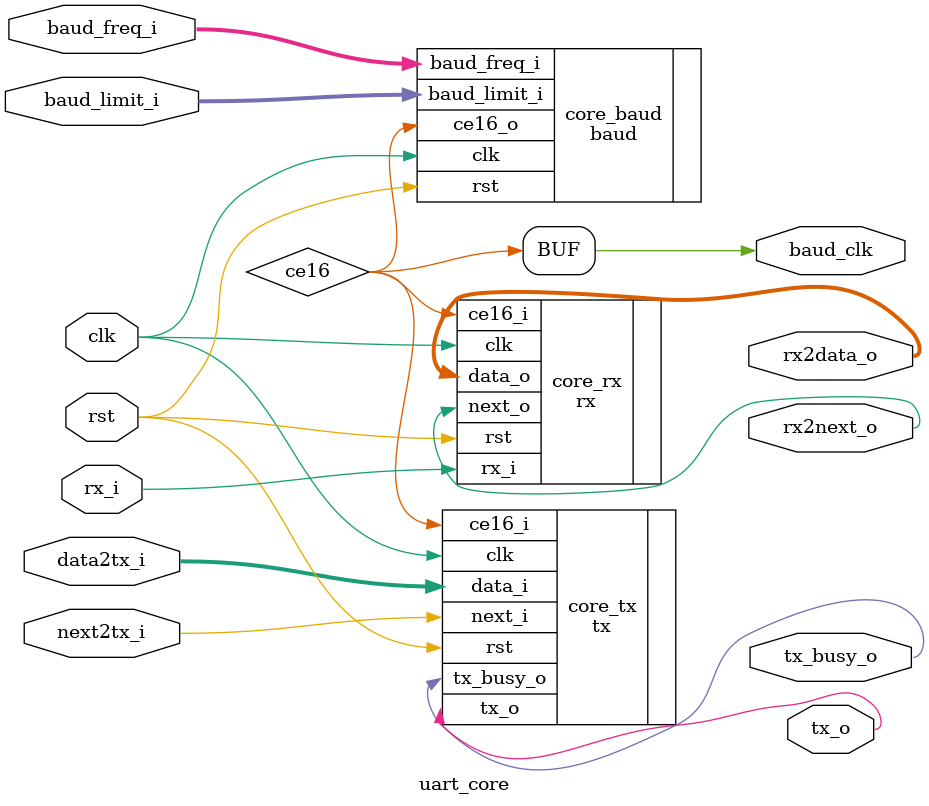
<source format=v>

module uart_core (
    // global signals
    input  wire        clk,           // global clock input
    input  wire        rst,           // global reset input
    // uart serial signals
    input  wire        rx_i,          // serial data input
    output wire        tx_o,          // serial data output
    // transmit and receive internal interface signals
    input  wire [ 7:0] data2tx_i,     // data byte to transmit
    input  wire        next2tx_i,     // asserted to indicate that there is a new data byte for transmission
    output wire        tx_busy_o,     // signs that transmitter is busy
    output wire [ 7:0] rx2data_o,     // data byte received
    output wire        rx2next_o,     // signs that a new byte was received
    // baud rate configuration register - see baud_gen.v for details
    input  wire [11:0] baud_freq_i,  // baud rate setting registers - see header description
    input  wire [15:0] baud_limit_i,
    output wire        baud_clk
);

    // clk enable at bit rate
    wire ce16;
    assign baud_clk = ce16;

    //---------------------------------------------------------------------------------------
    // module implementation
    // baud rate generator module
    baud core_baud (
        .clk            ( clk          ),
        .rst            ( rst          ),
        .baud_freq_i    ( baud_freq_i  ),
        .baud_limit_i   ( baud_limit_i ),
        .ce16_o         ( ce16         )
    );

    // uart receiver
    rx core_rx (
        .clk            ( clk       ),
        .rst            ( rst       ),
        .ce16_i         ( ce16      ),
        .rx_i           ( rx_i      ),
        .data_o         ( rx2data_o ),
        .next_o         ( rx2next_o )
    );

    // uart transmitter
    tx core_tx (
        .clk            ( clk       ),
        .rst            ( rst       ),
        .ce16_i         ( ce16      ),
        .data_i         ( data2tx_i ),
        .next_i         ( next2tx_i ),
        .tx_o           ( tx_o      ),
        .tx_busy_o      ( tx_busy_o )
    );

endmodule

</source>
